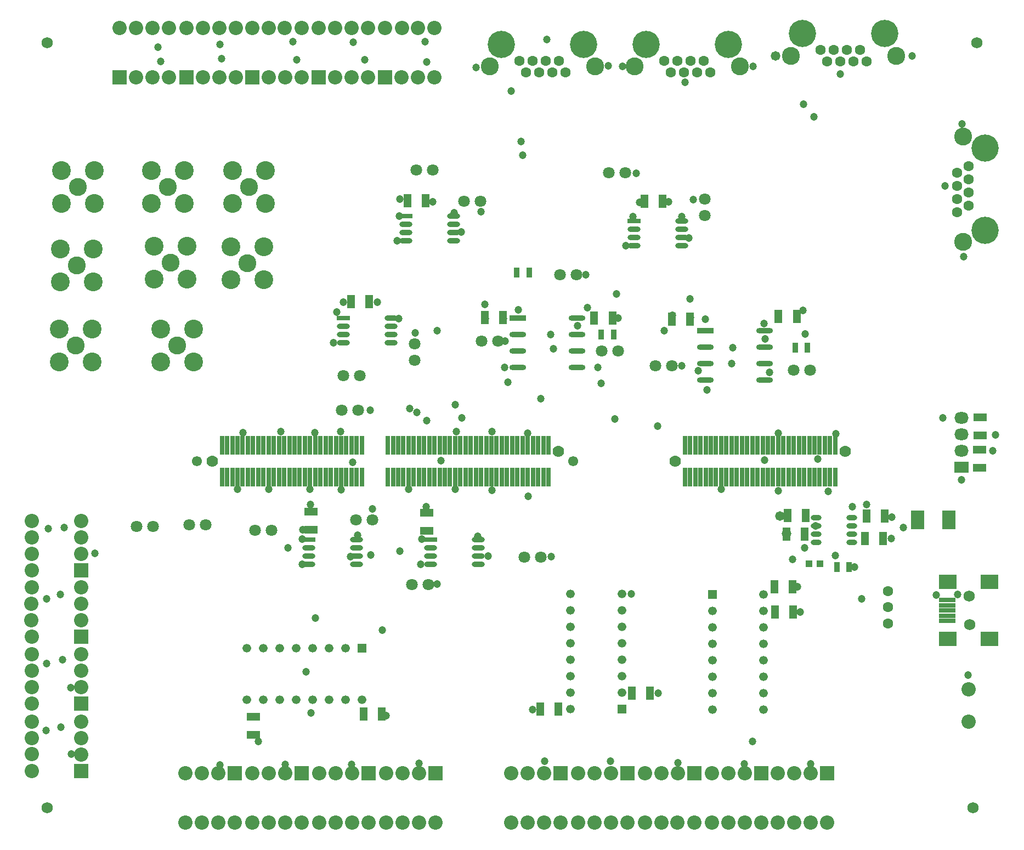
<source format=gts>
G04*
G04 #@! TF.GenerationSoftware,Altium Limited,Altium Designer,20.1.8 (145)*
G04*
G04 Layer_Color=8388736*
%FSLAX25Y25*%
%MOIN*%
G70*
G04*
G04 #@! TF.SameCoordinates,44B5AA11-E380-4430-9A95-22E2941CD606*
G04*
G04*
G04 #@! TF.FilePolarity,Negative*
G04*
G01*
G75*
%ADD34R,0.08280X0.11784*%
%ADD35R,0.04816X0.07965*%
%ADD36R,0.07965X0.04816*%
%ADD37O,0.07887X0.03162*%
%ADD38R,0.07887X0.03162*%
%ADD39O,0.10052X0.03359*%
%ADD40R,0.10052X0.03359*%
%ADD41R,0.03556X0.05918*%
%ADD42R,0.03950X0.03950*%
%ADD43R,0.10642X0.08674*%
%ADD44R,0.09855X0.02769*%
%ADD45O,0.06509X0.03162*%
%ADD46R,0.02568X0.11324*%
%ADD47R,0.02569X0.11324*%
%ADD48C,0.08674*%
%ADD49R,0.08674X0.08674*%
%ADD50C,0.06312*%
%ADD51C,0.16548*%
%ADD52C,0.10918*%
%ADD53C,0.07099*%
%ADD54R,0.08674X0.08674*%
%ADD55C,0.06800*%
%ADD56R,0.05249X0.05249*%
%ADD57C,0.05249*%
%ADD58R,0.08674X0.07099*%
%ADD59O,0.08674X0.07099*%
%ADD60R,0.05249X0.05249*%
%ADD61C,0.06107*%
%ADD62C,0.07000*%
%ADD63C,0.11430*%
%ADD64C,0.04737*%
%ADD65C,0.05800*%
D34*
X546951Y192500D02*
D03*
X566049D02*
D03*
D35*
X317717Y77559D02*
D03*
X328740D02*
D03*
X221260Y74410D02*
D03*
X210236D02*
D03*
X248031Y386614D02*
D03*
X237008D02*
D03*
X361512Y315000D02*
D03*
X350488D02*
D03*
X284000Y315500D02*
D03*
X295024D02*
D03*
X471260Y136614D02*
D03*
X460236D02*
D03*
X526965Y194811D02*
D03*
X515941D02*
D03*
X525965Y181311D02*
D03*
X514941D02*
D03*
X467441Y183811D02*
D03*
X478465D02*
D03*
X381102Y386221D02*
D03*
X392126D02*
D03*
X462488Y316000D02*
D03*
X473512D02*
D03*
X478965Y195311D02*
D03*
X467941D02*
D03*
X408524Y314500D02*
D03*
X397500D02*
D03*
X459842Y151969D02*
D03*
X470866D02*
D03*
X202756Y325197D02*
D03*
X213779D02*
D03*
X373228Y87008D02*
D03*
X384252D02*
D03*
D36*
X143307Y61811D02*
D03*
Y72835D02*
D03*
X178347Y197638D02*
D03*
Y186614D02*
D03*
X584646Y224016D02*
D03*
Y235039D02*
D03*
X585039Y254724D02*
D03*
Y243701D02*
D03*
X248819Y185827D02*
D03*
Y196850D02*
D03*
D37*
X403634Y359000D02*
D03*
Y364000D02*
D03*
Y369000D02*
D03*
Y374000D02*
D03*
X374500Y359000D02*
D03*
Y364000D02*
D03*
Y369000D02*
D03*
X206134Y165500D02*
D03*
Y170500D02*
D03*
Y175500D02*
D03*
Y180500D02*
D03*
X177000Y165500D02*
D03*
Y170500D02*
D03*
Y175500D02*
D03*
X251000D02*
D03*
Y170500D02*
D03*
Y165500D02*
D03*
X280134Y180500D02*
D03*
Y175500D02*
D03*
Y170500D02*
D03*
Y165500D02*
D03*
X236000Y372000D02*
D03*
Y367000D02*
D03*
Y362000D02*
D03*
X265134Y377000D02*
D03*
Y372000D02*
D03*
Y367000D02*
D03*
Y362000D02*
D03*
X197866Y310000D02*
D03*
Y305000D02*
D03*
Y300000D02*
D03*
X227000Y315000D02*
D03*
Y310000D02*
D03*
Y305000D02*
D03*
Y300000D02*
D03*
D38*
X374500Y374000D02*
D03*
X177000Y180500D02*
D03*
X251000D02*
D03*
X236000Y377000D02*
D03*
X197866Y315000D02*
D03*
D39*
X453827Y277500D02*
D03*
Y287500D02*
D03*
Y297500D02*
D03*
Y307500D02*
D03*
X418000Y277500D02*
D03*
Y287500D02*
D03*
Y297500D02*
D03*
X339827Y285000D02*
D03*
Y295000D02*
D03*
Y305000D02*
D03*
Y315000D02*
D03*
X304000Y285000D02*
D03*
Y295000D02*
D03*
Y305000D02*
D03*
D40*
X418000Y307500D02*
D03*
X304000Y315000D02*
D03*
D41*
X479980Y297000D02*
D03*
X472500D02*
D03*
X362240Y305000D02*
D03*
X354760D02*
D03*
X497835Y163779D02*
D03*
X505315D02*
D03*
X303346Y342913D02*
D03*
X310827D02*
D03*
D42*
X481004Y165748D02*
D03*
X487500D02*
D03*
D43*
X590551Y154724D02*
D03*
X565354D02*
D03*
Y120079D02*
D03*
X590551D02*
D03*
D44*
X564961Y131102D02*
D03*
Y134252D02*
D03*
Y137402D02*
D03*
Y140551D02*
D03*
Y143701D02*
D03*
D45*
X506910Y178811D02*
D03*
Y183811D02*
D03*
Y188811D02*
D03*
Y193811D02*
D03*
X485453Y178811D02*
D03*
Y183811D02*
D03*
Y188811D02*
D03*
Y193811D02*
D03*
D46*
X496929Y237886D02*
D03*
Y218500D02*
D03*
X493780Y237886D02*
D03*
Y218500D02*
D03*
X490630Y237886D02*
D03*
Y218500D02*
D03*
X487480Y237886D02*
D03*
Y218500D02*
D03*
X484331Y237886D02*
D03*
Y218500D02*
D03*
X481181Y237886D02*
D03*
Y218500D02*
D03*
X478031Y237886D02*
D03*
Y218500D02*
D03*
X474882Y237886D02*
D03*
Y218500D02*
D03*
X471732Y237886D02*
D03*
Y218500D02*
D03*
X468583Y237886D02*
D03*
Y218500D02*
D03*
X465433D02*
D03*
X462284Y237886D02*
D03*
Y218500D02*
D03*
X459134Y237886D02*
D03*
Y218500D02*
D03*
X455984Y237886D02*
D03*
Y218500D02*
D03*
X452835Y237886D02*
D03*
Y218500D02*
D03*
X449685Y237886D02*
D03*
Y218500D02*
D03*
X446535Y237886D02*
D03*
Y218500D02*
D03*
X443386Y237886D02*
D03*
Y218500D02*
D03*
X440236Y237886D02*
D03*
Y218500D02*
D03*
X437087Y237886D02*
D03*
Y218500D02*
D03*
X433937Y237886D02*
D03*
Y218500D02*
D03*
X430787Y237886D02*
D03*
Y218500D02*
D03*
X427638Y237886D02*
D03*
Y218500D02*
D03*
X424488Y237886D02*
D03*
Y218500D02*
D03*
X421339Y237886D02*
D03*
Y218500D02*
D03*
X418189Y237886D02*
D03*
Y218500D02*
D03*
X415039Y237886D02*
D03*
Y218500D02*
D03*
X411890Y237886D02*
D03*
Y218500D02*
D03*
X408740Y237886D02*
D03*
Y218500D02*
D03*
X405590Y237886D02*
D03*
X405590Y218500D02*
D03*
X322646Y237886D02*
D03*
Y218500D02*
D03*
X319496Y237886D02*
D03*
Y218500D02*
D03*
X316347Y237886D02*
D03*
Y218500D02*
D03*
X313197Y237886D02*
D03*
Y218500D02*
D03*
X310047Y237886D02*
D03*
Y218500D02*
D03*
X306898Y237886D02*
D03*
Y218500D02*
D03*
X303748Y237886D02*
D03*
Y218500D02*
D03*
X300598Y237886D02*
D03*
Y218500D02*
D03*
X297449Y237886D02*
D03*
Y218500D02*
D03*
X294299Y237886D02*
D03*
Y218500D02*
D03*
X291150Y237886D02*
D03*
Y218500D02*
D03*
X288000Y237886D02*
D03*
Y218500D02*
D03*
X284850Y237886D02*
D03*
Y218500D02*
D03*
X281701Y237886D02*
D03*
Y218500D02*
D03*
X278551Y237886D02*
D03*
Y218500D02*
D03*
X275402Y237886D02*
D03*
Y218500D02*
D03*
X272252Y237886D02*
D03*
Y218500D02*
D03*
X269102Y237886D02*
D03*
Y218500D02*
D03*
X265953Y237886D02*
D03*
X262803D02*
D03*
Y218500D02*
D03*
X259653Y237886D02*
D03*
Y218500D02*
D03*
X256504Y237886D02*
D03*
Y218500D02*
D03*
X253354Y237886D02*
D03*
Y218500D02*
D03*
X250205Y237886D02*
D03*
X247055D02*
D03*
Y218500D02*
D03*
X243905Y237886D02*
D03*
Y218500D02*
D03*
X240756Y237886D02*
D03*
Y218500D02*
D03*
X237606Y237886D02*
D03*
Y218500D02*
D03*
X234457Y237886D02*
D03*
Y218500D02*
D03*
X231307Y237886D02*
D03*
Y218500D02*
D03*
X228157Y237886D02*
D03*
Y218500D02*
D03*
X225008Y237886D02*
D03*
Y218500D02*
D03*
X209260Y237886D02*
D03*
Y218500D02*
D03*
X206110Y237886D02*
D03*
Y218500D02*
D03*
X202961Y237886D02*
D03*
Y218500D02*
D03*
X199811Y237886D02*
D03*
Y218500D02*
D03*
X196661Y237886D02*
D03*
Y218500D02*
D03*
X193512Y237886D02*
D03*
Y218500D02*
D03*
X190362Y237886D02*
D03*
Y218500D02*
D03*
X187213Y237886D02*
D03*
Y218500D02*
D03*
X184063Y237886D02*
D03*
Y218500D02*
D03*
X180913Y237886D02*
D03*
Y218500D02*
D03*
X177764Y237886D02*
D03*
Y218500D02*
D03*
X174614Y237886D02*
D03*
Y218500D02*
D03*
X171465Y237886D02*
D03*
Y218500D02*
D03*
X168315Y237886D02*
D03*
Y218500D02*
D03*
X165165Y237886D02*
D03*
Y218500D02*
D03*
X162016Y237886D02*
D03*
Y218500D02*
D03*
X158866Y237886D02*
D03*
Y218500D02*
D03*
X155717Y237886D02*
D03*
Y218500D02*
D03*
X152567Y237886D02*
D03*
Y218500D02*
D03*
X149417Y237886D02*
D03*
Y218500D02*
D03*
X146268Y237886D02*
D03*
Y218500D02*
D03*
X143118Y237886D02*
D03*
Y218500D02*
D03*
X139969Y237886D02*
D03*
X139969Y218500D02*
D03*
X136819Y237886D02*
D03*
Y218500D02*
D03*
X133669Y237886D02*
D03*
X133669Y218500D02*
D03*
X130520Y237886D02*
D03*
Y218500D02*
D03*
X127370Y237886D02*
D03*
Y218500D02*
D03*
X124221Y237886D02*
D03*
Y218500D02*
D03*
D47*
X465433Y237886D02*
D03*
X265953Y218500D02*
D03*
X250205D02*
D03*
D48*
X8500Y181882D02*
D03*
Y171941D02*
D03*
X8520Y191902D02*
D03*
Y161902D02*
D03*
X38520Y191902D02*
D03*
Y181902D02*
D03*
Y171902D02*
D03*
X577953Y69685D02*
D03*
Y89370D02*
D03*
X481890Y38484D02*
D03*
X471890D02*
D03*
X461890D02*
D03*
X491890Y8484D02*
D03*
X461890D02*
D03*
X481850Y8465D02*
D03*
X471910D02*
D03*
X431890D02*
D03*
X441831D02*
D03*
X421870Y8484D02*
D03*
X451870D02*
D03*
X421870Y38484D02*
D03*
X431870D02*
D03*
X441870D02*
D03*
X401181Y38583D02*
D03*
X391181D02*
D03*
X381181D02*
D03*
X411181Y8583D02*
D03*
X381181D02*
D03*
X401142Y8563D02*
D03*
X391201D02*
D03*
X350650D02*
D03*
X360591D02*
D03*
X340630Y8583D02*
D03*
X370630D02*
D03*
X340630Y38583D02*
D03*
X350630D02*
D03*
X360630D02*
D03*
X320079D02*
D03*
X310079D02*
D03*
X300079D02*
D03*
X330079Y8583D02*
D03*
X300079D02*
D03*
X320039Y8563D02*
D03*
X310098D02*
D03*
X111909D02*
D03*
X121850D02*
D03*
X101890Y8583D02*
D03*
X131890D02*
D03*
X101890Y38583D02*
D03*
X111890D02*
D03*
X121890D02*
D03*
X162598D02*
D03*
X152598D02*
D03*
X142598D02*
D03*
X172598Y8583D02*
D03*
X142598D02*
D03*
X162559Y8563D02*
D03*
X152618D02*
D03*
X193327D02*
D03*
X203268D02*
D03*
X183307Y8583D02*
D03*
X213307D02*
D03*
X183307Y38583D02*
D03*
X193307D02*
D03*
X203307D02*
D03*
X244094D02*
D03*
X234095D02*
D03*
X224095D02*
D03*
X254095Y8583D02*
D03*
X224095D02*
D03*
X244055Y8563D02*
D03*
X234114D02*
D03*
X243441Y491500D02*
D03*
X233500D02*
D03*
X253461Y491480D02*
D03*
X223461D02*
D03*
X253461Y461480D02*
D03*
X243461D02*
D03*
X233461D02*
D03*
X112520D02*
D03*
X122520D02*
D03*
X132520D02*
D03*
X102520Y491480D02*
D03*
X132520D02*
D03*
X112559Y491500D02*
D03*
X122500D02*
D03*
X162480Y491520D02*
D03*
X152539D02*
D03*
X172500Y491500D02*
D03*
X142500D02*
D03*
X172500Y461500D02*
D03*
X162500D02*
D03*
X152500D02*
D03*
X72020Y461480D02*
D03*
X82020D02*
D03*
X92020D02*
D03*
X62020Y491480D02*
D03*
X92020D02*
D03*
X72059Y491500D02*
D03*
X82000D02*
D03*
X203000D02*
D03*
X193059D02*
D03*
X213020Y491480D02*
D03*
X183020D02*
D03*
X213020Y461480D02*
D03*
X203020D02*
D03*
X193020D02*
D03*
X8555Y100787D02*
D03*
Y90847D02*
D03*
X8575Y110807D02*
D03*
Y80807D02*
D03*
X38575Y110807D02*
D03*
Y100807D02*
D03*
Y90807D02*
D03*
X38500Y131441D02*
D03*
Y141441D02*
D03*
Y151441D02*
D03*
X8500Y121441D02*
D03*
Y151441D02*
D03*
X8480Y131480D02*
D03*
Y141421D02*
D03*
X8555Y59941D02*
D03*
Y50000D02*
D03*
X8575Y69961D02*
D03*
Y39961D02*
D03*
X38575Y69961D02*
D03*
Y59961D02*
D03*
Y49961D02*
D03*
D49*
X38520Y161902D02*
D03*
X38575Y80807D02*
D03*
X38500Y121441D02*
D03*
X38575Y39961D02*
D03*
D50*
X421079Y464492D02*
D03*
X413047D02*
D03*
X405016D02*
D03*
X396984D02*
D03*
X417063Y471500D02*
D03*
X409031D02*
D03*
X401000D02*
D03*
X392969D02*
D03*
X333000Y464500D02*
D03*
X324969D02*
D03*
X316937D02*
D03*
X308906D02*
D03*
X328984Y471508D02*
D03*
X320953D02*
D03*
X312921D02*
D03*
X304890D02*
D03*
X570992Y379453D02*
D03*
Y387484D02*
D03*
Y395516D02*
D03*
Y403547D02*
D03*
X578000Y383469D02*
D03*
Y391500D02*
D03*
Y399532D02*
D03*
Y407563D02*
D03*
X516079Y470992D02*
D03*
X508047D02*
D03*
X500016D02*
D03*
X491984D02*
D03*
X512063Y478000D02*
D03*
X504032D02*
D03*
X496000D02*
D03*
X487968D02*
D03*
X529134Y129528D02*
D03*
Y139370D02*
D03*
Y149213D02*
D03*
D51*
X432063Y481500D02*
D03*
X382063D02*
D03*
X343984Y481508D02*
D03*
X293984D02*
D03*
X588000Y368468D02*
D03*
Y418469D02*
D03*
X527063Y488000D02*
D03*
X477063D02*
D03*
D52*
X439071Y467996D02*
D03*
X375055D02*
D03*
X350992Y468004D02*
D03*
X286976D02*
D03*
X574496Y361461D02*
D03*
Y425476D02*
D03*
X534071Y474496D02*
D03*
X470055D02*
D03*
X93071Y348661D02*
D03*
X140551Y394882D02*
D03*
X139764Y348425D02*
D03*
X36614Y394882D02*
D03*
X96850Y298425D02*
D03*
X35433D02*
D03*
X36063Y347008D02*
D03*
X91339Y394882D02*
D03*
D53*
X417717Y387402D02*
D03*
Y377402D02*
D03*
X397795Y286221D02*
D03*
X387795D02*
D03*
X154488Y186221D02*
D03*
X144488D02*
D03*
X215512Y192520D02*
D03*
X205512D02*
D03*
X207874Y280315D02*
D03*
X197874D02*
D03*
X249606Y153150D02*
D03*
X239606D02*
D03*
X481653Y283465D02*
D03*
X471654D02*
D03*
X365000Y295000D02*
D03*
X355000D02*
D03*
X207087Y259055D02*
D03*
X197087D02*
D03*
X241339Y299370D02*
D03*
Y289370D02*
D03*
X292126Y301181D02*
D03*
X282126D02*
D03*
X359291Y403543D02*
D03*
X369291D02*
D03*
X242362Y405118D02*
D03*
X252362D02*
D03*
X329528Y341339D02*
D03*
X339528D02*
D03*
X271260Y386221D02*
D03*
X281260D02*
D03*
X104173Y189370D02*
D03*
X114173D02*
D03*
X72284Y188583D02*
D03*
X82284D02*
D03*
X308110Y169685D02*
D03*
X318110D02*
D03*
D54*
X491890Y38484D02*
D03*
X451870D02*
D03*
X411181Y38583D02*
D03*
X370630D02*
D03*
X330079D02*
D03*
X131890D02*
D03*
X172598D02*
D03*
X213307D02*
D03*
X254095D02*
D03*
X223461Y461480D02*
D03*
X102520D02*
D03*
X142500Y461500D02*
D03*
X62020Y461480D02*
D03*
X183020D02*
D03*
D55*
X578346Y146063D02*
D03*
X578740Y128740D02*
D03*
X18087Y17400D02*
D03*
Y482400D02*
D03*
X583087D02*
D03*
X580587Y17400D02*
D03*
D56*
X209409Y114449D02*
D03*
D57*
X199409D02*
D03*
X189409D02*
D03*
X179409D02*
D03*
X169409D02*
D03*
X159409D02*
D03*
X149409D02*
D03*
X139409D02*
D03*
Y83189D02*
D03*
X149409D02*
D03*
X159409D02*
D03*
X169409D02*
D03*
X179409D02*
D03*
X189409D02*
D03*
X199409D02*
D03*
X209409D02*
D03*
X422165Y137205D02*
D03*
Y127205D02*
D03*
Y117205D02*
D03*
Y107205D02*
D03*
Y97205D02*
D03*
Y87205D02*
D03*
Y77205D02*
D03*
X453425D02*
D03*
Y87205D02*
D03*
Y97205D02*
D03*
Y107205D02*
D03*
Y117205D02*
D03*
Y127205D02*
D03*
Y137205D02*
D03*
Y147205D02*
D03*
X367205Y87598D02*
D03*
Y97598D02*
D03*
Y107598D02*
D03*
Y117598D02*
D03*
Y127598D02*
D03*
Y137598D02*
D03*
Y147598D02*
D03*
X335945D02*
D03*
Y137598D02*
D03*
Y127598D02*
D03*
Y117598D02*
D03*
Y107598D02*
D03*
Y97598D02*
D03*
Y87598D02*
D03*
Y77598D02*
D03*
D58*
X573551Y224449D02*
D03*
D59*
Y234449D02*
D03*
Y244449D02*
D03*
Y254449D02*
D03*
D60*
X422165Y147205D02*
D03*
X367205Y77598D02*
D03*
D61*
X337804Y228193D02*
D03*
X109063D02*
D03*
D62*
X502835Y234098D02*
D03*
X399685Y228193D02*
D03*
X328552Y234098D02*
D03*
X118315Y228193D02*
D03*
D63*
X83071Y338661D02*
D03*
X103071D02*
D03*
Y358661D02*
D03*
X83071D02*
D03*
X130551Y384882D02*
D03*
X150551D02*
D03*
Y404882D02*
D03*
X130551D02*
D03*
X129764Y338425D02*
D03*
X149764D02*
D03*
Y358425D02*
D03*
X129764D02*
D03*
X26614Y384882D02*
D03*
X46614D02*
D03*
Y404882D02*
D03*
X26614D02*
D03*
X86850Y288425D02*
D03*
X106850D02*
D03*
Y308425D02*
D03*
X86850D02*
D03*
X25433Y288425D02*
D03*
X45433D02*
D03*
Y308425D02*
D03*
X25433D02*
D03*
X26063Y337008D02*
D03*
X46063D02*
D03*
Y357008D02*
D03*
X26063D02*
D03*
X81339Y384882D02*
D03*
X101339D02*
D03*
Y404882D02*
D03*
X81339D02*
D03*
D64*
X558268Y146850D02*
D03*
X571260Y147244D02*
D03*
X194095Y318898D02*
D03*
X181102Y132677D02*
D03*
X237606Y211107D02*
D03*
X87008Y471260D02*
D03*
X17323Y64567D02*
D03*
X26378Y66535D02*
D03*
X17717Y105118D02*
D03*
X27165Y107480D02*
D03*
X17717Y144488D02*
D03*
X25984Y147244D02*
D03*
X28346Y187795D02*
D03*
X18504Y187008D02*
D03*
X85433Y479921D02*
D03*
X122835Y481496D02*
D03*
X124016Y472835D02*
D03*
X248819Y470866D02*
D03*
X247638Y483071D02*
D03*
X211024Y472047D02*
D03*
X203839Y482776D02*
D03*
X169685Y472047D02*
D03*
X167323Y483071D02*
D03*
X538189Y187795D02*
D03*
X531453Y194311D02*
D03*
X515993Y201820D02*
D03*
X496850Y170866D02*
D03*
X512992Y144488D02*
D03*
X594488Y244094D02*
D03*
X592520Y234646D02*
D03*
X203543Y227559D02*
D03*
X462247Y245317D02*
D03*
X257343Y228603D02*
D03*
X266756Y246063D02*
D03*
X310047Y245278D02*
D03*
X283858Y323622D02*
D03*
X284252Y314961D02*
D03*
X478346Y175591D02*
D03*
X196457Y246063D02*
D03*
X202362Y170079D02*
D03*
X453937Y228740D02*
D03*
X486221Y229528D02*
D03*
X497316Y244765D02*
D03*
X573622Y216929D02*
D03*
X530953Y181311D02*
D03*
X507480Y200394D02*
D03*
X172850Y180709D02*
D03*
X173228Y186614D02*
D03*
X206693Y183071D02*
D03*
X245669Y180709D02*
D03*
X279506Y182655D02*
D03*
X285827Y170472D02*
D03*
X288189Y246063D02*
D03*
X407874Y363779D02*
D03*
X403543Y376772D02*
D03*
X374016D02*
D03*
X377953Y385433D02*
D03*
X269685Y367323D02*
D03*
X265354Y379134D02*
D03*
X231890Y377165D02*
D03*
X232283Y387402D02*
D03*
X198031Y324803D02*
D03*
X231496Y314961D02*
D03*
X32677Y50000D02*
D03*
X446520Y57926D02*
D03*
X475591Y136614D02*
D03*
X340157Y310629D02*
D03*
X295276Y314961D02*
D03*
X324000Y305000D02*
D03*
X363851Y329881D02*
D03*
X365000Y315000D02*
D03*
X408661Y326772D02*
D03*
X409055Y315354D02*
D03*
X454331Y302362D02*
D03*
X477262Y319818D02*
D03*
X478517Y305483D02*
D03*
X312992Y77165D02*
D03*
X224016Y73622D02*
D03*
X474016Y151969D02*
D03*
X346457Y321654D02*
D03*
X389370Y87008D02*
D03*
X372835Y147638D02*
D03*
X398031Y316717D02*
D03*
X123013Y43523D02*
D03*
X146315Y57874D02*
D03*
X214567Y171260D02*
D03*
X232283Y173594D02*
D03*
X215748Y199213D02*
D03*
X288402Y210630D02*
D03*
X230500Y362000D02*
D03*
X192000Y300000D02*
D03*
X180812Y245382D02*
D03*
X196514Y210961D02*
D03*
X248819Y252791D02*
D03*
X270000Y254547D02*
D03*
X362874Y253740D02*
D03*
X388976Y249606D02*
D03*
X427638Y211107D02*
D03*
X136912Y245374D02*
D03*
X133669Y211107D02*
D03*
X160128Y246203D02*
D03*
X152567Y211107D02*
D03*
X177764D02*
D03*
X457086Y282283D02*
D03*
X413779Y283070D02*
D03*
X310236Y206693D02*
D03*
X462205Y210236D02*
D03*
X304331Y320079D02*
D03*
X265953Y211107D02*
D03*
X324410Y170079D02*
D03*
X492520Y209842D02*
D03*
X178347Y75197D02*
D03*
X175197Y100000D02*
D03*
X164173Y175591D02*
D03*
X177953Y201969D02*
D03*
X172850Y165500D02*
D03*
X255118Y153543D02*
D03*
X214173Y259055D02*
D03*
X242610Y257830D02*
D03*
X238342Y260312D02*
D03*
X296457Y301181D02*
D03*
X281496Y379921D02*
D03*
X410630Y387008D02*
D03*
X345276Y341339D02*
D03*
X403543Y286221D02*
D03*
X375984Y403150D02*
D03*
X241732Y306299D02*
D03*
X508661Y163779D02*
D03*
X470866Y168504D02*
D03*
X248425Y200394D02*
D03*
X244094Y44488D02*
D03*
X203150Y43701D02*
D03*
X218504Y324803D02*
D03*
X577559Y98032D02*
D03*
X418110Y314567D02*
D03*
X453543Y311748D02*
D03*
X562205Y254331D02*
D03*
X574000Y433000D02*
D03*
X395669Y385827D02*
D03*
X252362D02*
D03*
X481890Y44094D02*
D03*
X441732D02*
D03*
X401181Y44882D02*
D03*
X360236Y45669D02*
D03*
X320472D02*
D03*
X32283Y90551D02*
D03*
X46850Y172047D02*
D03*
X325813Y296391D02*
D03*
X419000Y271500D02*
D03*
X354500Y275500D02*
D03*
X352500Y285000D02*
D03*
X318110Y266142D02*
D03*
X266047Y262453D02*
D03*
X162598Y43701D02*
D03*
X221654Y125591D02*
D03*
X393000Y307500D02*
D03*
X307000Y414000D02*
D03*
X306000Y422500D02*
D03*
X369500Y359000D02*
D03*
X255000Y307500D02*
D03*
X245000Y165500D02*
D03*
X298000Y276000D02*
D03*
X278500Y467500D02*
D03*
X405500Y458500D02*
D03*
X447000Y468000D02*
D03*
X367500D02*
D03*
X359000Y468500D02*
D03*
X321500Y484500D02*
D03*
X300000Y453000D02*
D03*
X296000Y285000D02*
D03*
X484000Y437500D02*
D03*
X477500Y445000D02*
D03*
X543500Y474500D02*
D03*
X500000Y463500D02*
D03*
X563500Y395500D02*
D03*
X575000Y352500D02*
D03*
X434500Y297000D02*
D03*
X434000Y287500D02*
D03*
X484953Y188811D02*
D03*
D65*
X467323Y184252D02*
D03*
X463453Y194811D02*
D03*
X460500Y474500D02*
D03*
M02*

</source>
